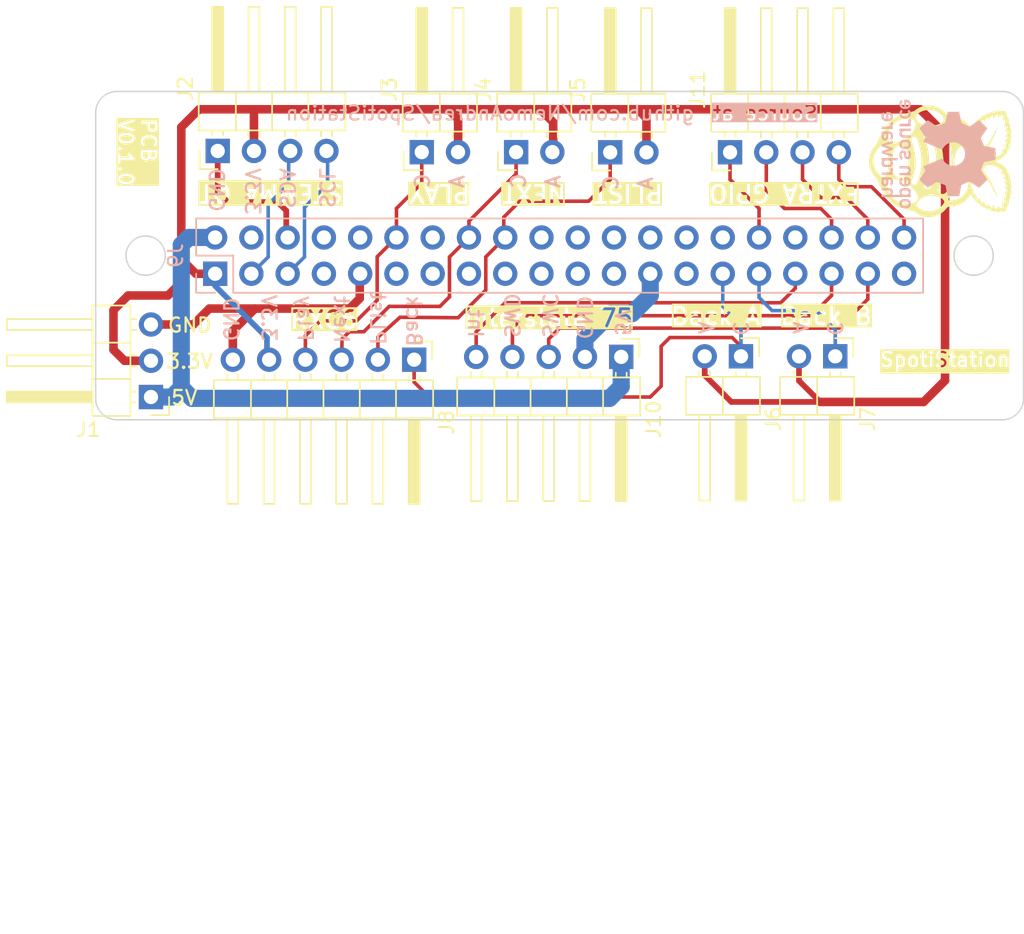
<source format=kicad_pcb>
(kicad_pcb (version 20221018) (generator pcbnew)
  (layers (0 "F.Cu" signal) (31 "B.Cu" signal) (34 "B.Paste" user) (35 "F.Paste" user) (36 "B.SilkS" user "B.Silkscreen") (37 "F.SilkS" user "F.Silkscreen") (38 "B.Mask" user) (39 "F.Mask" user) (44 "Edge.Cuts" user))
  (net 0 "")
  (net 1 "SWC")
  (net 2 "SWD")
  (net 3 "INT")
  (net 4 "+3.3V")
  (net 5 "/SDA")
  (net 6 "/SCL")
  (net 7 "GND")
  (net 8 "/+5V in")
  (net 24 "PlayPause")
  (net 25 "Next")
  (net 26 "Playlist")
  (net 27 "/back A")
  (net 28 "/back B")
  (net 29 "Net-(J11-Pin_4)")
  (net 30 "Net-(J11-Pin_3)")
  (net 31 "Net-(J11-Pin_2)")
  (net 32 "Net-(J11-Pin_1)")
  (footprint "Connector_PinHeader_2.54mm:PinHeader_1x06_P2.54mm_Horizontal" (layer "F.Cu") (at 140.63 113.61 -90)
    (fp_text reference "J8" (at 4.385 -2.27 90) (layer "F.SilkS"))
    (fp_text value "RXC6 pins")
    (pad "1" thru_hole rect (at 0 0 270) (size 1.7 1.7) (drill 1) (layers "*.Cu" "*.Mask") (net 27 "/back A"))
    (pad "2" thru_hole oval (at 0 2.54 270) (size 1.7 1.7) (drill 1) (layers "*.Cu" "*.Mask") (net 26 "Playlist"))
    (pad "3" thru_hole oval (at 0 5.08 270) (size 1.7 1.7) (drill 1) (layers "*.Cu" "*.Mask") (net 25 "Next"))
    (pad "4" thru_hole oval (at 0 7.62 270) (size 1.7 1.7) (drill 1) (layers "*.Cu" "*.Mask") (net 24 "PlayPause"))
    (pad "5" thru_hole oval (at 0 10.16 270) (size 1.7 1.7) (drill 1) (layers "*.Cu" "*.Mask") (net 4 "+3.3V"))
    (pad "6" thru_hole oval (at 0 12.7 270) (size 1.7 1.7) (drill 1) (layers "*.Cu" "*.Mask") (net 7 "GND"))
  )
  (footprint "Connector_PinHeader_2.54mm:PinHeader_1x02_P2.54mm_Horizontal" (layer "F.Cu") (at 170.129 113.375 -90)
    (fp_text reference "J7" (at 4.385 -2.27 90) (layer "F.SilkS"))
    (fp_text value "Button")
    (pad "1" thru_hole rect (at 0 0 270) (size 1.7 1.7) (drill 1) (layers "*.Cu" "*.Mask") (net 28 "/back B"))
    (pad "2" thru_hole oval (at 0 2.54 270) (size 1.7 1.7) (drill 1) (layers "*.Cu" "*.Mask") (net 4 "+3.3V"))
  )
  (footprint "Connector_PinHeader_2.54mm:PinHeader_1x02_P2.54mm_Horizontal" (layer "F.Cu") (at 163.525 113.375 -90)
    (fp_text reference "J6" (at 4.385 -2.27 90) (layer "F.SilkS"))
    (fp_text value "Button")
    (pad "1" thru_hole rect (at 0 0 270) (size 1.7 1.7) (drill 1) (layers "*.Cu" "*.Mask") (net 27 "/back A"))
    (pad "2" thru_hole oval (at 0 2.54 270) (size 1.7 1.7) (drill 1) (layers "*.Cu" "*.Mask") (net 4 "+3.3V"))
  )
  (footprint "Connector_PinHeader_2.54mm:PinHeader_1x04_P2.54mm_Horizontal" (layer "F.Cu") (at 162.758 99.08414 90)
    (fp_text reference "J11" (at 4.385 -2.27 90) (layer "F.SilkS"))
    (fp_text value "Extra GPIO")
    (pad "1" thru_hole rect (at 0 0 90) (size 1.7 1.7) (drill 1) (layers "*.Cu" "*.Mask") (net 32 "Net-(J11-Pin_1)"))
    (pad "2" thru_hole oval (at 0 2.54 90) (size 1.7 1.7) (drill 1) (layers "*.Cu" "*.Mask") (net 31 "Net-(J11-Pin_2)"))
    (pad "3" thru_hole oval (at 0 5.08 90) (size 1.7 1.7) (drill 1) (layers "*.Cu" "*.Mask") (net 30 "Net-(J11-Pin_3)"))
    (pad "4" thru_hole oval (at 0 7.62 90) (size 1.7 1.7) (drill 1) (layers "*.Cu" "*.Mask") (net 29 "Net-(J11-Pin_4)"))
  )
  (footprint "footprints:logo" (layer "F.Cu") (at 177.49 99.716 -90)
    (fp_text reference "G***" hide)
    (fp_text value "LOGO" hide)
  )
  (footprint "Connector_PinHeader_2.54mm:PinHeader_1x05_P2.54mm_Horizontal" (layer "F.Cu") (at 155.135 113.415 -90)
    (fp_text reference "J10" (at 4.385 -2.27 90) (layer "F.SilkS"))
    (fp_text value "Interstate 75")
    (pad "1" thru_hole rect (at 0 0 270) (size 1.7 1.7) (drill 1) (layers "*.Cu" "*.Mask") (net 8 "/+5V in"))
    (pad "2" thru_hole oval (at 0 2.54 270) (size 1.7 1.7) (drill 1) (layers "*.Cu" "*.Mask") (net 7 "GND"))
    (pad "3" thru_hole oval (at 0 5.08 270) (size 1.7 1.7) (drill 1) (layers "*.Cu" "*.Mask") (net 1 "SWC"))
    (pad "4" thru_hole oval (at 0 7.62 270) (size 1.7 1.7) (drill 1) (layers "*.Cu" "*.Mask") (net 2 "SWD"))
    (pad "5" thru_hole oval (at 0 10.16 270) (size 1.7 1.7) (drill 1) (layers "*.Cu" "*.Mask") (net 3 "INT"))
  )
  (footprint "Connector_PinHeader_2.54mm:PinHeader_1x02_P2.54mm_Horizontal" (layer "F.Cu") (at 141.163 99.07 90)
    (fp_text reference "J3" (at 4.385 -2.27 90) (layer "F.SilkS"))
    (fp_text value "Button")
    (pad "1" thru_hole rect (at 0 0 90) (size 1.7 1.7) (drill 1) (layers "*.Cu" "*.Mask") (net 24 "PlayPause"))
    (pad "2" thru_hole oval (at 0 2.54 90) (size 1.7 1.7) (drill 1) (layers "*.Cu" "*.Mask") (net 4 "+3.3V"))
  )
  (footprint "Connector_PinHeader_2.54mm:PinHeader_1x03_P2.54mm_Horizontal" (layer "F.Cu") (at 122.195 116.226 180)
    (fp_text reference "J1" (at 4.385 -2.27) (layer "F.SilkS"))
    (fp_text value "PWR")
    (pad "1" thru_hole rect (at 0 0 180) (size 1.7 1.7) (drill 1) (layers "*.Cu" "*.Mask") (net 8 "/+5V in"))
    (pad "2" thru_hole oval (at 0 2.54 180) (size 1.7 1.7) (drill 1) (layers "*.Cu" "*.Mask") (net 4 "+3.3V"))
    (pad "3" thru_hole oval (at 0 5.08 180) (size 1.7 1.7) (drill 1) (layers "*.Cu" "*.Mask") (net 7 "GND"))
  )
  (footprint "Connector_PinHeader_2.54mm:PinHeader_1x04_P2.54mm_Horizontal" (layer "F.Cu") (at 126.87 98.99 90)
    (fp_text reference "J2" (at 4.385 -2.27 90) (layer "F.SilkS"))
    (fp_text value "Stemma QT")
    (pad "1" thru_hole rect (at 0 0 90) (size 1.7 1.7) (drill 1) (layers "*.Cu" "*.Mask") (net 7 "GND"))
    (pad "2" thru_hole oval (at 0 2.54 90) (size 1.7 1.7) (drill 1) (layers "*.Cu" "*.Mask") (net 4 "+3.3V"))
    (pad "3" thru_hole oval (at 0 5.08 90) (size 1.7 1.7) (drill 1) (layers "*.Cu" "*.Mask") (net 5 "/SDA"))
    (pad "4" thru_hole oval (at 0 7.62 90) (size 1.7 1.7) (drill 1) (layers "*.Cu" "*.Mask") (net 6 "/SCL"))
  )
  (footprint "Connector_PinHeader_2.54mm:PinHeader_1x02_P2.54mm_Horizontal" (layer "F.Cu") (at 154.363456 99.085891 90)
    (fp_text reference "J5" (at 4.385 -2.27 90) (layer "F.SilkS"))
    (fp_text value "Button")
    (pad "1" thru_hole rect (at 0 0 90) (size 1.7 1.7) (drill 1) (layers "*.Cu" "*.Mask") (net 26 "Playlist"))
    (pad "2" thru_hole oval (at 0 2.54 90) (size 1.7 1.7) (drill 1) (layers "*.Cu" "*.Mask") (net 4 "+3.3V"))
  )
  (footprint "Connector_PinHeader_2.54mm:PinHeader_1x02_P2.54mm_Horizontal" (layer "F.Cu") (at 147.772 99.07 90)
    (fp_text reference "J4" (at 4.385 -2.27 90) (layer "F.SilkS"))
    (fp_text value "Button")
    (pad "1" thru_hole rect (at 0 0 90) (size 1.7 1.7) (drill 1) (layers "*.Cu" "*.Mask") (net 25 "Next"))
    (pad "2" thru_hole oval (at 0 2.54 90) (size 1.7 1.7) (drill 1) (layers "*.Cu" "*.Mask") (net 4 "+3.3V"))
  )
  (footprint "footprints:open_source_hardware" (layer "B.Cu") (at 177.363 99.208 90)
    (fp_text reference "G***" hide)
    (fp_text value "LOGO" hide)
  )
  (footprint "Connector_PinSocket_2.54mm:PinSocket_2x20_P2.54mm_Vertical" (layer "B.Cu") (at 126.69 107.59 -90)
    (fp_text reference "J9" (at -1.27 2.77 -270) (layer "B.SilkS") (effects (justify mirror)))
    (fp_text value "Pi Header")
    (pad "1" thru_hole rect (at 0 0 270) (size 1.7 1.7) (drill 1) (layers "*.Cu" "*.Mask") (net 4 "+3.3V"))
    (pad "2" thru_hole oval (at -2.54 0 270) (size 1.7 1.7) (drill 1) (layers "*.Cu" "*.Mask") (net 8 "/+5V in"))
    (pad "3" thru_hole oval (at 0 -2.54 270) (size 1.7 1.7) (drill 1) (layers "*.Cu" "*.Mask") (net 5 "/SDA"))
    (pad "4" thru_hole oval (at -2.54 -2.54 270) (size 1.7 1.7) (drill 1) (layers "*.Cu" "*.Mask"))
    (pad "5" thru_hole oval (at 0 -5.08 270) (size 1.7 1.7) (drill 1) (layers "*.Cu" "*.Mask") (net 6 "/SCL"))
    (pad "6" thru_hole oval (at -2.54 -5.08 270) (size 1.7 1.7) (drill 1) (layers "*.Cu" "*.Mask") (net 7 "GND"))
    (pad "7" thru_hole oval (at 0 -7.62 270) (size 1.7 1.7) (drill 1) (layers "*.Cu" "*.Mask"))
    (pad "8" thru_hole oval (at -2.54 -7.62 270) (size 1.7 1.7) (drill 1) (layers "*.Cu" "*.Mask"))
    (pad "9" thru_hole oval (at 0 -10.16 270) (size 1.7 1.7) (drill 1) (layers "*.Cu" "*.Mask") (net 7 "GND"))
    (pad "10" thru_hole oval (at -2.54 -10.16 270) (size 1.7 1.7) (drill 1) (layers "*.Cu" "*.Mask"))
    (pad "11" thru_hole oval (at 0 -12.7 270) (size 1.7 1.7) (drill 1) (layers "*.Cu" "*.Mask"))
    (pad "12" thru_hole oval (at -2.54 -12.7 270) (size 1.7 1.7) (drill 1) (layers "*.Cu" "*.Mask") (net 24 "PlayPause"))
    (pad "13" thru_hole oval (at 0 -15.24 270) (size 1.7 1.7) (drill 1) (layers "*.Cu" "*.Mask"))
    (pad "14" thru_hole oval (at -2.54 -15.24 270) (size 1.7 1.7) (drill 1) (layers "*.Cu" "*.Mask") (net 7 "GND"))
    (pad "15" thru_hole oval (at 0 -17.78 270) (size 1.7 1.7) (drill 1) (layers "*.Cu" "*.Mask"))
    (pad "16" thru_hole oval (at -2.54 -17.78 270) (size 1.7 1.7) (drill 1) (layers "*.Cu" "*.Mask") (net 25 "Next"))
    (pad "17" thru_hole oval (at 0 -20.32 270) (size 1.7 1.7) (drill 1) (layers "*.Cu" "*.Mask") (net 4 "+3.3V"))
    (pad "18" thru_hole oval (at -2.54 -20.32 270) (size 1.7 1.7) (drill 1) (layers "*.Cu" "*.Mask") (net 26 "Playlist"))
    (pad "19" thru_hole oval (at 0 -22.86 270) (size 1.7 1.7) (drill 1) (layers "*.Cu" "*.Mask"))
    (pad "20" thru_hole oval (at -2.54 -22.86 270) (size 1.7 1.7) (drill 1) (layers "*.Cu" "*.Mask") (net 7 "GND"))
    (pad "21" thru_hole oval (at 0 -25.4 270) (size 1.7 1.7) (drill 1) (layers "*.Cu" "*.Mask"))
    (pad "22" thru_hole oval (at -2.54 -25.4 270) (size 1.7 1.7) (drill 1) (layers "*.Cu" "*.Mask"))
    (pad "23" thru_hole oval (at 0 -27.94 270) (size 1.7 1.7) (drill 1) (layers "*.Cu" "*.Mask"))
    (pad "24" thru_hole oval (at -2.54 -27.94 270) (size 1.7 1.7) (drill 1) (layers "*.Cu" "*.Mask"))
    (pad "25" thru_hole oval (at 0 -30.48 270) (size 1.7 1.7) (drill 1) (layers "*.Cu" "*.Mask") (net 7 "GND"))
    (pad "26" thru_hole oval (at -2.54 -30.48 270) (size 1.7 1.7) (drill 1) (layers "*.Cu" "*.Mask"))
    (pad "27" thru_hole oval (at 0 -33.02 270) (size 1.7 1.7) (drill 1) (layers "*.Cu" "*.Mask"))
    (pad "28" thru_hole oval (at -2.54 -33.02 270) (size 1.7 1.7) (drill 1) (layers "*.Cu" "*.Mask"))
    (pad "29" thru_hole oval (at 0 -35.56 270) (size 1.7 1.7) (drill 1) (layers "*.Cu" "*.Mask") (net 27 "/back A"))
    (pad "30" thru_hole oval (at -2.54 -35.56 270) (size 1.7 1.7) (drill 1) (layers "*.Cu" "*.Mask") (net 7 "GND"))
    (pad "31" thru_hole oval (at 0 -38.1 270) (size 1.7 1.7) (drill 1) (layers "*.Cu" "*.Mask") (net 28 "/back B"))
    (pad "32" thru_hole oval (at -2.54 -38.1 270) (size 1.7 1.7) (drill 1) (layers "*.Cu" "*.Mask") (net 32 "Net-(J11-Pin_1)"))
    (pad "33" thru_hole oval (at 0 -40.64 270) (size 1.7 1.7) (drill 1) (layers "*.Cu" "*.Mask") (net 3 "INT"))
    (pad "34" thru_hole oval (at -2.54 -40.64 270) (size 1.7 1.7) (drill 1) (layers "*.Cu" "*.Mask") (net 7 "GND"))
    (pad "35" thru_hole oval (at 0 -43.18 270) (size 1.7 1.7) (drill 1) (layers "*.Cu" "*.Mask") (net 2 "SWD"))
    (pad "36" thru_hole oval (at -2.54 -43.18 270) (size 1.7 1.7) (drill 1) (layers "*.Cu" "*.Mask") (net 31 "Net-(J11-Pin_2)"))
    (pad "37" thru_hole oval (at 0 -45.72 270) (size 1.7 1.7) (drill 1) (layers "*.Cu" "*.Mask") (net 1 "SWC"))
    (pad "38" thru_hole oval (at -2.54 -45.72 270) (size 1.7 1.7) (drill 1) (layers "*.Cu" "*.Mask") (net 30 "Net-(J11-Pin_3)"))
    (pad "39" thru_hole oval (at 0 -48.26 270) (size 1.7 1.7) (drill 1) (layers "*.Cu" "*.Mask") (net 7 "GND"))
    (pad "40" thru_hole oval (at -2.54 -48.26 270) (size 1.7 1.7) (drill 1) (layers "*.Cu" "*.Mask") (net 29 "Net-(J11-Pin_4)"))
  )
  (gr_circle (center 121.82 106.32) (end 123.195 106.32) (stroke (width 0.1)) (fill none) (layer "Edge.Cuts"))
  (gr_line (start 118.32 96.32) (end 118.32 116.32) (stroke (width 0.1)) (layer "Edge.Cuts"))
  (gr_arc (start 118.32 96.32) (mid 118.75934 95.25934) (end 119.82 94.82) (stroke (width 0.1)) (layer "Edge.Cuts"))
  (gr_line (start 119.82 117.82) (end 181.82 117.82) (stroke (width 0.1)) (layer "Edge.Cuts"))
  (gr_arc (start 119.82 117.82) (mid 118.75934 117.38066) (end 118.32 116.32) (stroke (width 0.1)) (layer "Edge.Cuts"))
  (gr_arc (start 181.82 94.82) (mid 182.88066 95.25934) (end 183.32 96.32) (stroke (width 0.1)) (layer "Edge.Cuts"))
  (gr_circle (center 179.82 106.32) (end 181.195 106.32) (stroke (width 0.1)) (fill none) (layer "Edge.Cuts"))
  (gr_line (start 181.82 94.82) (end 119.82 94.82) (stroke (width 0.1)) (layer "Edge.Cuts"))
  (gr_line (start 183.32 116.32) (end 183.32 96.32) (stroke (width 0.1)) (layer "Edge.Cuts"))
  (gr_arc (start 183.32 116.32) (mid 182.88066 117.38066) (end 181.82 117.82) (stroke (width 0.1)) (layer "Edge.Cuts"))
  (gr_text "Play\n" (at 132.405 112.416 270) (layer "B.SilkS") (effects (font (size 1 1) (thickness 0.16)) (justify left bottom mirror)))
  (gr_text "A" (at 167.076 111.908 270) (layer "B.SilkS") (effects (font (size 1 1) (thickness 0.16)) (justify left bottom mirror)))
  (gr_text "C" (at 162.885 112.035 270) (layer "B.SilkS") (effects (font (size 1 1) (thickness 0.16)) (justify left bottom mirror)))
  (gr_text "SDA" (at 131.135 100.097 270) (layer "B.SilkS") (effects (font (size 1 1) (thickness 0.16)) (justify right bottom mirror)))
  (gr_text "5V" (at 154.63 112.035 270) (layer "B.SilkS") (effects (font (size 1 1) (thickness 0.16)) (justify left bottom mirror)))
  (gr_text "A" (at 160.472 111.908 270) (layer "B.SilkS") (effects (font (size 1 1) (thickness 0.16)) (justify left bottom mirror)))
  (gr_text "C" (at 155.011 100.605 90) (layer "B.SilkS") (effects (font (size 1 1) (thickness 0.16)) (justify left bottom mirror)))
  (gr_text "Next" (at 134.945 112.543 270) (layer "B.SilkS") (effects (font (size 1 1) (thickness 0.16)) (justify left bottom mirror)))
  (gr_text "A" (at 150.947 100.605 90) (layer "B.SilkS") (effects (font (size 1 1) (thickness 0.16)) (justify left bottom mirror)))
  (gr_text "A" (at 157.424 100.732 90) (layer "B.SilkS") (effects (font (size 1 1) (thickness 0.16)) (justify left bottom mirror)))
  (gr_text "C" (at 148.534 100.478 90) (layer "B.SilkS") (effects (font (size 1 1) (thickness 0.16)) (justify left bottom mirror)))
  (gr_text "C" (at 141.803 100.478 90) (layer "B.SilkS") (effects (font (size 1 1) (thickness 0.16)) (justify left bottom mirror)))
  (gr_text "SCL" (at 133.929 100.097 270) (layer "B.SilkS") (effects (font (size 1 1) (thickness 0.16)) (justify right bottom mirror)))
  (gr_text "SWD" (at 146.883 112.162 270) (layer "B.SilkS") (effects (font (size 1 1) (thickness 0.16)) (justify left bottom mirror)))
  (gr_text "A" (at 150.947 100.605 90) (layer "B.SilkS") (effects (font (size 1 1) (thickness 0.16)) (justify left bottom mirror)))
  (gr_text "Back" (at 140.025 112.797 270) (layer "B.SilkS") (effects (font (size 1 1) (thickness 0.16)) (justify left bottom mirror)))
  (gr_text "C" (at 141.803 100.478 90) (layer "B.SilkS") (effects (font (size 1 1) (thickness 0.16)) (justify left bottom mirror)))
  (gr_text "A" (at 144.216 100.605 90) (layer "B.SilkS") (effects (font (size 1 1) (thickness 0.16)) (justify left bottom mirror)))
  (gr_text "3.3V" (at 129.865 112.416 270) (layer "B.SilkS") (effects (font (size 1 1) (thickness 0.16)) (justify left bottom mirror)))
  (gr_text "A" (at 144.216 100.605 90) (layer "B.SilkS") (effects (font (size 1 1) (thickness 0.16)) (justify left bottom mirror)))
  (gr_text "Int" (at 144.343 112.162 270) (layer "B.SilkS") (effects (font (size 1 1) (thickness 0.16)) (justify left bottom mirror)))
  (gr_text "github.com/NemoAndrea/SpotiStation" (at 160.345 96.922) (layer "B.SilkS") (effects (font (size 1 1)) (justify left bottom mirror)))
  (gr_text "Source at" (at 168.981 96.922) (layer "B.SilkS" knockout) (effects (font (size 1 1)) (justify left bottom mirror)))
  (gr_text "PList" (at 137.485 112.67 270) (layer "B.SilkS") (effects (font (size 1 1) (thickness 0.16)) (justify left bottom mirror)))
  (gr_text "GND" (at 126.182 100.097 270) (layer "B.SilkS") (effects (font (size 1 1) (thickness 0.16)) (justify right bottom mirror)))
  (gr_text "A" (at 157.424 100.732 90) (layer "B.SilkS") (effects (font (size 1 1) (thickness 0.16)) (justify left bottom mirror)))
  (gr_text "C" (at 155.011 100.605 90) (layer "B.SilkS") (effects (font (size 1 1) (thickness 0.16)) (justify left bottom mirror)))
  (gr_text "C" (at 148.534 100.478 90) (layer "B.SilkS") (effects (font (size 1 1) (thickness 0.16)) (justify left bottom mirror)))
  (gr_text "SWC" (at 149.55 112.162 270) (layer "B.SilkS") (effects (font (size 1 1) (thickness 0.16)) (justify left bottom mirror)))
  (gr_text "GND" (at 127.198 112.416 -90) (layer "B.SilkS") (effects (font (size 1 1) (thickness 0.16)) (justify left bottom mirror)))
  (gr_text "3.3V\n" (at 128.722 100.097 270) (layer "B.SilkS") (effects (font (size 1 1) (thickness 0.16)) (justify right bottom mirror)))
  (gr_text "C" (at 169.489 112.035 270) (layer "B.SilkS") (effects (font (size 1 1) (thickness 0.16)) (justify left bottom mirror)))
  (gr_text "GND" (at 151.963 112.289 270) (layer "B.SilkS") (effects (font (size 1 1) (thickness 0.16)) (justify left bottom mirror)))
  (gr_text "Interstate 75\n" (at 150.058 111.4) (layer "F.SilkS" knockout) (effects (font (size 1.2 1.2) (thickness 0.2) bold) (justify bottom)))
  (gr_text "GND\n" (at 124.912 111.781) (layer "F.SilkS") (effects (font (size 1 1) (thickness 0.16)) (justify bottom)))
  (gr_text "5V" (at 124.531 116.861) (layer "F.SilkS") (effects (font (size 1 1) (thickness 0.16)) (justify bottom)))
  (gr_text "PLIST" (at 155.646 101.24 180) (layer "F.SilkS" knockout) (effects (font (size 1.2 1.2) (thickness 0.2) bold) (justify bottom)))
  (gr_text "Back B" (at 169.489 111.273) (layer "F.SilkS" knockout) (effects (font (size 1.2 1.2) (thickness 0.2) bold) (justify bottom)))
  (gr_text "STEMMA QT\n" (at 130.627 101.24 180) (layer "F.SilkS" knockout) (effects (font (size 1.2 1.2) (thickness 0.2) bold) (justify bottom)))
  (gr_text "EXTRA GPIO" (at 166.568 101.24 180) (layer "F.SilkS" knockout) (effects (font (size 1.2 1.2) (thickness 0.2) bold) (justify bottom)))
  (gr_text "NEXT\n" (at 149.042 101.24 180) (layer "F.SilkS" knockout) (effects (font (size 1.2 1.2) (thickness 0.2) bold) (justify bottom)))
  (gr_text "SpotiStation\n" (at 173.172 114.194) (layer "F.SilkS" knockout) (effects (font (size 1 1)) (justify left bottom)))
  (gr_text "3.3V" (at 124.912 114.321) (layer "F.SilkS") (effects (font (size 1 1) (thickness 0.16)) (justify bottom)))
  (gr_text "RXC6\n" (at 134.31 111.527) (layer "F.SilkS" knockout) (effects (font (size 1.2 1.2) (thickness 0.2) bold) (justify bottom)))
  (gr_text "Back A\n" (at 161.742 111.273) (layer "F.SilkS" knockout) (effects (font (size 1.2 1.2) (thickness 0.2) bold) (justify bottom)))
  (gr_text "PCB\nV0.1.0" (at 119.832 96.668 270) (layer "F.SilkS" knockout) (effects (font (size 1 1)) (justify left bottom)))
  (gr_text "PLAY" (at 142.438 101.24 180) (layer "F.SilkS" knockout) (effects (font (size 1.2 1.2) (thickness 0.2) bold) (justify bottom)))
  (segment (start 150.82 111.4) (end 170.378 111.4) (width 0.25) (layer "F.Cu") (net 1))
  (segment (start 172.41 109.368) (end 172.41 107.69) (width 0.25) (layer "F.Cu") (net 1))
  (segment (start 172.41 107.69) (end 172.31 107.59) (width 0.25) (layer "F.Cu") (net 1))
  (segment (start 150.058 112.162) (end 150.82 111.4) (width 0.25) (layer "F.Cu") (net 1))
  (segment (start 150.055 113.415) (end 150.058 112.162) (width 0.25) (layer "F.Cu") (net 1))
  (segment (start 170.378 111.4) (end 172.41 109.368) (width 0.25) (layer "F.Cu") (net 1))
  (segment (start 169.87 109.114) (end 169.87 107.69) (width 0.25) (layer "F.Cu") (net 2))
  (segment (start 148.388139 110.529861) (end 168.454139 110.529861) (width 0.25) (layer "F.Cu") (net 2))
  (segment (start 147.515 113.415) (end 147.515 111.403) (width 0.25) (layer "F.Cu") (net 2))
  (segment (start 168.454139 110.529861) (end 169.87 109.114) (width 0.25) (layer "F.Cu") (net 2))
  (segment (start 147.515 111.403) (end 148.388139 110.529861) (width 0.25) (layer "F.Cu") (net 2))
  (segment (start 169.87 107.69) (end 169.77 107.59) (width 0.25) (layer "F.Cu") (net 2))
  (segment (start 147.01 109.622) (end 166.314 109.622) (width 0.25) (layer "F.Cu") (net 3))
  (segment (start 144.975 113.415) (end 144.975 111.657) (width 0.25) (layer "F.Cu") (net 3))
  (segment (start 167.33 108.606) (end 167.33 107.59) (width 0.25) (layer "F.Cu") (net 3))
  (segment (start 144.975 111.657) (end 147.01 109.622) (width 0.25) (layer "F.Cu") (net 3))
  (segment (start 166.314 109.622) (end 167.33 108.606) (width 0.25) (layer "F.Cu") (net 3))
  (segment (start 167.589 115.089) (end 169.07 116.57) (width 0.4) (layer "F.Cu") (net 4))
  (segment (start 156.903456 99.062456) (end 156.903456 96.686568) (width 0.6) (layer "F.Cu") (net 4))
  (segment (start 129.41 98.99) (end 129.41 96.23) (width 0.6) (layer "F.Cu") (net 4))
  (segment (start 153.07 96.07) (end 149.042 96.07) (width 0.6) (layer "F.Cu") (net 4))
  (segment (start 158.07 96.07) (end 155.9 96.07) (width 0.6) (layer "F.Cu") (net 4))
  (segment (start 124.32 108.182) (end 123.388 109.114) (width 0.6) (layer "F.Cu") (net 4))
  (segment (start 126.59 107.59) (end 125.34 107.59) (width 0.6) (layer "F.Cu") (net 4))
  (segment (start 123.388 109.114) (end 120.594 109.114) (width 0.6) (layer "F.Cu") (net 4))
  (segment (start 120.594 109.114) (end 119.57 110.138) (width 0.6) (layer "F.Cu") (net 4))
  (segment (start 142.184 96.07) (end 146.57 96.07) (width 0.6) (layer "F.Cu") (net 4))
  (segment (start 150.371 96.981) (end 149.46 96.07) (width 0.6) (layer "F.Cu") (net 4))
  (segment (start 176.32 116.57) (end 177.82 115.07) (width 0.6) (layer "F.Cu") (net 4))
  (segment (start 156.286888 96.07) (end 155.9 96.07) (width 0.25) (layer "F.Cu") (net 4))
  (segment (start 156.903456 96.686568) (end 156.286888 96.07) (width 0.6) (layer "F.Cu") (net 4))
  (segment (start 167.589 113.375) (end 167.589 115.089) (width 0.4) (layer "F.Cu") (net 4))
  (segment (start 150.371 99.07) (end 150.371 96.981) (width 0.6) (layer "F.Cu") (net 4))
  (segment (start 120.34 113.686) (end 122.195 113.686) (width 0.6) (layer "F.Cu") (net 4))
  (segment (start 124.32 97.32) (end 125.57 96.07) (width 0.6) (layer "F.Cu") (net 4))
  (segment (start 156.911 99.07) (end 156.903456 99.062456) (width 0.25) (layer "F.Cu") (net 4))
  (segment (start 124.32 106.57) (end 124.32 97.32) (width 0.6) (layer "F.Cu") (net 4))
  (segment (start 119.57 110.138) (end 119.57 112.916) (width 0.6) (layer "F.Cu") (net 4))
  (segment (start 155.9 96.07) (end 153.07 96.07) (width 0.6) (layer "F.Cu") (net 4))
  (segment (start 169.07 116.57) (end 176.32 116.57) (width 0.6) (layer "F.Cu") (net 4))
  (segment (start 129.41 96.23) (end 129.57 96.07) (width 0.4) (layer "F.Cu") (net 4))
  (segment (start 129.57 96.07) (end 142.184 96.07) (width 0.6) (layer "F.Cu") (net 4))
  (segment (start 160.985 114.707) (end 162.848 116.57) (width 0.4) (layer "F.Cu") (net 4))
  (segment (start 125.34 107.59) (end 124.32 106.57) (width 0.6) (layer "F.Cu") (net 4))
  (segment (start 125.57 96.07) (end 129.57 96.07) (width 0.6) (layer "F.Cu") (net 4))
  (segment (start 162.848 116.57) (end 169.07 116.57) (width 0.4) (layer "F.Cu") (net 4))
  (segment (start 177.82 97.82) (end 176.07 96.07) (width 0.6) (layer "F.Cu") (net 4))
  (segment (start 176.07 96.07) (end 158.07 96.07) (width 0.6) (layer "F.Cu") (net 4))
  (segment (start 143.708 96.757121) (end 143.020879 96.07) (width 0.6) (layer "F.Cu") (net 4))
  (segment (start 124.32 106.57) (end 124.32 108.182) (width 0.6) (layer "F.Cu") (net 4))
  (segment (start 177.82 115.07) (end 177.82 97.82) (width 0.6) (layer "F.Cu") (net 4))
  (segment (start 149.46 96.07) (end 149.042 96.07) (width 0.25) (layer "F.Cu") (net 4))
  (segment (start 119.57 112.916) (end 120.34 113.686) (width 0.6) (layer "F.Cu") (net 4))
  (segment (start 143.020879 96.07) (end 142.184 96.07) (width 0.25) (layer "F.Cu") (net 4))
  (segment (start 149.042 96.07) (end 146.57 96.07) (width 0.6) (layer "F.Cu") (net 4))
  (segment (start 143.708 98.907) (end 143.708 96.757121) (width 0.6) (layer "F.Cu") (net 4))
  (segment (start 160.985 113.375) (end 160.985 114.707) (width 0.4) (layer "F.Cu") (net 4))
  (segment (start 126.69 108.44) (end 130.32 112.07) (width 0.4) (layer "B.Cu") (net 4))
  (segment (start 126.69 107.59) (end 126.69 108.44) (width 0.4) (layer "B.Cu") (net 4))
  (segment (start 130.32 112.07) (end 130.32 113.46) (width 0.4) (layer "B.Cu") (net 4))
  (segment (start 130.32 113.46) (end 130.47 113.61) (width 0.4) (layer "B.Cu") (net 4))
  (segment (start 131.84057 101.29943) (end 131.84057 99.09943) (width 0.25) (layer "B.Cu") (net 5))
  (segment (start 129.23 107.59) (end 130.40638 106.41362) (width 0.25) (layer "B.Cu") (net 5))
  (segment (start 130.40638 106.41362) (end 130.40638 102.73362) (width 0.25) (layer "B.Cu") (net 5))
  (segment (start 131.84057 99.09943) (end 131.95 98.99) (width 0.25) (layer "B.Cu") (net 5))
  (segment (start 130.40638 102.73362) (end 131.84057 101.29943) (width 0.25) (layer "B.Cu") (net 5))
  (segment (start 134.57 101.32) (end 134.57 99.07) (width 0.25) (layer "B.Cu") (net 6))
  (segment (start 132.949649 106.410351) (end 132.949649 102.940351) (width 0.25) (layer "B.Cu") (net 6))
  (segment (start 134.57 99.07) (end 134.49 98.99) (width 0.25) (layer "B.Cu") (net 6))
  (segment (start 132.949649 102.940351) (end 134.57 101.32) (width 0.25) (layer "B.Cu") (net 6))
  (segment (start 131.77 107.59) (end 132.949649 106.410351) (width 0.25) (layer "B.Cu") (net 6))
  (segment (start 126.87 98.99) (end 126.87 101.87) (width 0.4) (layer "F.Cu") (net 7))
  (segment (start 136.82 109.32) (end 136.110272 110.029728) (width 0.6) (layer "F.Cu") (net 7))
  (segment (start 127.57 102.57) (end 131.07 102.57) (width 0.4) (layer "F.Cu") (net 7))
  (segment (start 136.82 107.66) (end 136.82 109.32) (width 0.6) (layer "F.Cu") (net 7))
  (segment (start 125.166 111.146) (end 122.195 111.146) (width 0.6) (layer "F.Cu") (net 7))
  (segment (start 131.67 103.17) (end 131.67 105.05) (width 0.4) (layer "F.Cu") (net 7))
  (segment (start 126.87 101.87) (end 127.57 102.57) (width 0.4) (layer "F.Cu") (net 7))
  (segment (start 126.282272 110.029728) (end 125.166 111.146) (width 0.6) (layer "F.Cu") (net 7))
  (segment (start 127.93 111.583762) (end 129.484 110.029762) (width 0.6) (layer "F.Cu") (net 7))
  (segment (start 127.93 113.61) (end 127.93 111.583762) (width 0.6) (layer "F.Cu") (net 7))
  (segment (start 131.07 102.57) (end 131.67 103.17) (width 0.4) (layer "F.Cu") (net 7))
  (segment (start 136.110272 110.029728) (end 126.282272 110.029728) (width 0.6) (layer "F.Cu") (net 7))
  (segment (start 155.9 110.384) (end 157.17 109.114) (width 1.2) (layer "B.Cu") (net 7))
  (segment (start 157.17 109.114) (end 157.17 107.59) (width 1.2) (layer "B.Cu") (net 7))
  (segment (start 152.595 113.415) (end 152.595 112.165) (width 1.2) (layer "B.Cu") (net 7))
  (segment (start 152.595 112.165) (end 154.376 110.384) (width 1.2) (layer "B.Cu") (net 7))
  (segment (start 154.376 110.384) (end 155.9 110.384) (width 1.2) (layer "B.Cu") (net 7))
  (segment (start 124.84 105.05) (end 126.69 105.05) (width 1.2) (layer "B.Cu") (net 8))
  (segment (start 155.135 115.505) (end 154.32 116.32) (width 1.2) (layer "B.Cu") (net 8))
  (segment (start 124.32 115.57) (end 123.664 116.226) (width 1.2) (layer "B.Cu") (net 8))
  (segment (start 124.32 105.57) (end 124.84 105.05) (width 1.2) (layer "B.Cu") (net 8))
  (segment (start 123.664 116.226) (end 122.195 116.226) (width 1.2) (layer "B.Cu") (net 8))
  (segment (start 155.135 113.415) (end 155.135 115.505) (width 1.2) (layer "B.Cu") (net 8))
  (segment (start 125.07 116.32) (end 124.32 115.57) (width 1.2) (layer "B.Cu") (net 8))
  (segment (start 154.32 116.32) (end 125.07 116.32) (width 1.2) (layer "B.Cu") (net 8))
  (segment (start 124.32 115.57) (end 124.32 105.57) (width 1.2) (layer "B.Cu") (net 8))
  (segment (start 133.01 111.938) (end 134.056 110.892) (width 0.25) (layer "F.Cu") (net 24))
  (segment (start 141.163 101.245) (end 141.163 99.07) (width 0.25) (layer "F.Cu") (net 24))
  (segment (start 138.040221 106.399779) (end 139.39 105.05) (width 0.25) (layer "F.Cu") (net 24))
  (segment (start 134.056 110.892) (end 136.596 110.892) (width 0.25) (layer "F.Cu") (net 24))
  (segment (start 139.39 103.018) (end 141.163 101.245) (width 0.25) (layer "F.Cu") (net 24))
  (segment (start 136.596 110.892) (end 138.040221 109.447779) (width 0.25) (layer "F.Cu") (net 24))
  (segment (start 139.39 105.05) (end 139.39 103.018) (width 0.25) (layer "F.Cu") (net 24))
  (segment (start 133.01 113.61) (end 133.01 111.938) (width 0.25) (layer "F.Cu") (net 24))
  (segment (start 138.040221 109.447779) (end 138.040221 106.399779) (width 0.25) (layer "F.Cu") (net 24))
  (segment (start 147.772 100.605) (end 147.772 99.07) (width 0.25) (layer "F.Cu") (net 25))
  (segment (start 143.105136 109.208864) (end 143.105136 106.414864) (width 0.25) (layer "F.Cu") (net 25))
  (segment (start 137.104 111.654) (end 138.882 109.876) (width 0.25) (layer "F.Cu") (net 25))
  (segment (start 135.58 112.162) (end 136.088 111.654) (width 0.25) (layer "F.Cu") (net 25))
  (segment (start 138.882 109.876) (end 142.438 109.876) (width 0.25) (layer "F.Cu") (net 25))
  (segment (start 136.088 111.654) (end 137.104 111.654) (width 0.25) (layer "F.Cu") (net 25))
  (segment (start 135.55 113.61) (end 135.58 112.162) (width 0.25) (layer "F.Cu") (net 25))
  (segment (start 143.105136 106.414864) (end 144.47 105.05) (width 0.25) (layer "F.Cu") (net 25))
  (segment (start 142.438 109.876) (end 143.105136 109.208864) (width 0.25) (layer "F.Cu") (net 25))
  (segment (start 144.47 103.907) (end 147.772 100.605) (width 0.25) (layer "F.Cu") (net 25))
  (segment (start 144.47 105.05) (end 144.47 103.907) (width 0.25) (layer "F.Cu") (net 25))
  (segment (start 146.91 105.15) (end 146.91 103.626) (width 0.25) (layer "F.Cu") (net 26))
  (segment (start 138.096156 112.030529) (end 139.644 110.638) (width 0.25) (layer "F.Cu") (net 26))
  (segment (start 146.91 103.626) (end 148.026 102.51) (width 0.25) (layer "F.Cu") (net 26))
  (segment (start 145.649561 106.410439) (end 146.91 105.15) (width 0.25) (layer "F.Cu") (net 26))
  (segment (start 138.09 113.61) (end 138.096156 112.030529) (width 0.25) (layer "F.Cu") (net 26))
  (segment (start 148.026 102.51) (end 152.852 102.51) (width 0.25) (layer "F.Cu") (net 26))
  (segment (start 154.363456 100.973456) (end 154.363456 99.085891) (width 0.25) (layer "F.Cu") (net 26))
  (segment (start 145.649561 108.733045) (end 145.649561 106.410439) (width 0.25) (layer "F.Cu") (net 26))
  (segment (start 152.852 102.51) (end 154.376 100.986) (width 0.25) (layer "F.Cu") (net 26))
  (segment (start 154.376 100.986) (end 154.363456 100.973456) (width 0.25) (layer "F.Cu") (net 26))
  (segment (start 139.644 110.638) (end 143.709865 110.672741) (width 0.25) (layer "F.Cu") (net 26))
  (segment (start 143.709865 110.672741) (end 145.649561 108.733045) (width 0.25) (layer "F.Cu") (net 26))
  (segment (start 141.676 116.226) (end 157.17 116.226) (width 0.25) (layer "F.Cu") (net 27))
  (segment (start 162.910133 112.060133) (end 163.525 112.675) (width 0.25) (layer "F.Cu") (net 27))
  (segment (start 157.17 116.226) (end 157.932 115.464) (width 0.25) (layer "F.Cu") (net 27))
  (segment (start 157.932 115.464) (end 157.932 112.67) (width 0.25) (layer "F.Cu") (net 27))
  (segment (start 157.932 112.67) (end 158.541867 112.060133) (width 0.25) (layer "F.Cu") (net 27))
  (segment (start 158.541867 112.060133) (end 162.910133 112.060133) (width 0.25) (layer "F.Cu") (net 27))
  (segment (start 140.63 115.18) (end 141.676 116.226) (width 0.25) (layer "F.Cu") (net 27))
  (segment (start 140.63 113.61) (end 140.63 115.18) (width 0.25) (layer "F.Cu") (net 27))
  (segment (start 163.525 112.675) (end 163.525 113.375) (width 0.25) (layer "F.Cu") (net 27))
  (segment (start 162.25 109.876) (end 163.525 111.151) (width 0.25) (layer "B.Cu") (net 27))
  (segment (start 163.525 111.151) (end 163.525 113.375) (width 0.25) (layer "B.Cu") (net 27))
  (segment (start 162.25 107.59) (end 162.25 109.876) (width 0.25) (layer "B.Cu") (net 27))
  (segment (start 164.79 109.252968) (end 165.710203 110.173171) (width 0.25) (layer "B.Cu") (net 28))
  (segment (start 164.79 107.59) (end 164.79 109.252968) (width 0.25) (layer "B.Cu") (net 28))
  (segment (start 170.129 111.507689) (end 170.129 113.375) (width 0.25) (layer "B.Cu") (net 28))
  (segment (start 165.710203 110.173171) (end 168.794482 110.173171) (width 0.25) (layer "B.Cu") (net 28))
  (segment (start 168.794482 110.173171) (end 170.129 111.507689) (width 0.25) (layer "B.Cu") (net 28))
  (segment (start 170.378 100.986) (end 170.886 101.494) (width 0.25) (layer "F.Cu") (net 29))
  (segment (start 170.378 99.08414) (end 170.378 100.986) (width 0.25) (layer "F.Cu") (net 29))
  (segment (start 172.664 101.494) (end 174.95 103.78) (width 0.25) (layer "F.Cu") (net 29))
  (segment (start 174.95 103.78) (end 174.95 105.05) (width 0.25) (layer "F.Cu") (net 29))
  (segment (start 170.886 101.494) (end 172.664 101.494) (width 0.25) (layer "F.Cu") (net 29))
  (segment (start 170.886 102.256) (end 172.41 103.78) (width 0.25) (layer "F.Cu") (net 30))
  (segment (start 172.41 103.78) (end 172.41 105.05) (width 0.25) (layer "F.Cu") (net 30))
  (segment (start 167.838 100.986) (end 169.108 102.256) (width 0.25) (layer "F.Cu") (net 30))
  (segment (start 167.838 99.08414) (end 167.838 100.986) (width 0.25) (layer "F.Cu") (net 30))
  (segment (start 169.108 102.256) (end 170.886 102.256) (width 0.25) (layer "F.Cu") (net 30))
  (segment (start 165.298 101.748) (end 166.568 103.018) (width 0.25) (layer "F.Cu") (net 31))
  (segment (start 169.108 103.018) (end 169.87 103.78) (width 0.25) (layer "F.Cu") (net 31))
  (segment (start 169.87 103.78) (end 169.87 105.05) (width 0.25) (layer "F.Cu") (net 31))
  (segment (start 166.568 103.018) (end 169.108 103.018) (width 0.25) (layer "F.Cu") (net 31))
  (segment (start 165.298 99.08414) (end 165.298 101.748) (width 0.25) (layer "F.Cu") (net 31))
  (segment (start 162.758 99.08414) (end 162.758 100.986) (width 0.25) (layer "F.Cu") (net 32))
  (segment (start 162.758 100.986) (end 164.79 103.018) (width 0.25) (layer "F.Cu") (net 32))
  (segment (start 164.79 103.018) (end 164.79 105.05) (width 0.25) (layer "F.Cu") (net 32))
)
</source>
